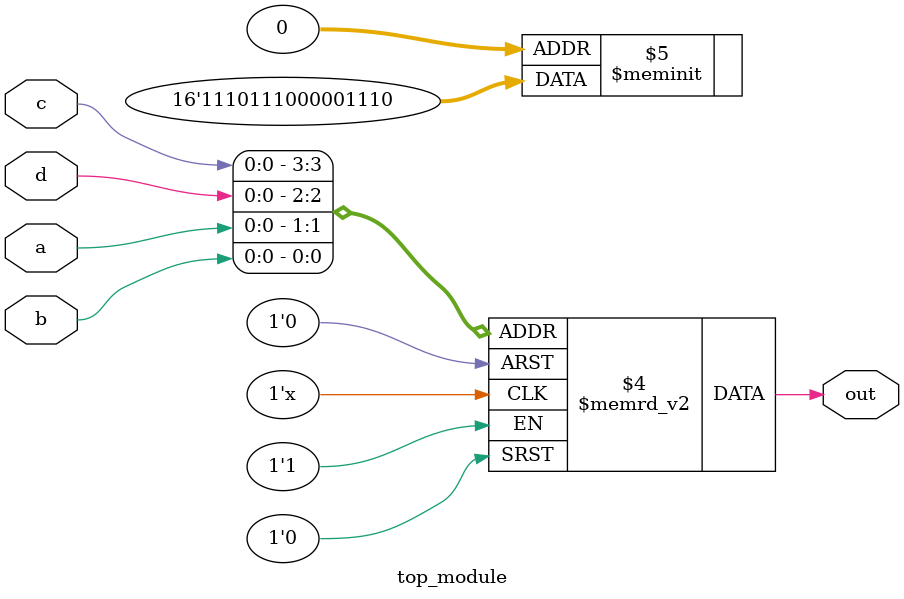
<source format=sv>
module top_module (
    input a,
    input b,
    input c,
    input d,
    output reg out
);

always @(*) begin
    case ({c, d, a, b})
        // cd = 00
        4'b0000: out = 1'b0; // ab -> 00
        4'b0001: out = 1'b1; // ab -> 01
        4'b0010: out = 1'b1; // ab -> 10
        4'b0011: out = 1'b1; // ab -> 11

        // cd = 01
        4'b0100: out = 1'b0; // ab -> 00
        4'b0101: out = 1'b0; // ab -> 01
        4'b0110: out = 1'b0; // ab -> 10
        4'b0111: out = 1'b0; // ab -> 11

        // cd = 10
        4'b1000: out = 1'b0; // ab -> 00
        4'b1001: out = 1'b1; // ab -> 01
        4'b1010: out = 1'b1; // ab -> 10
        4'b1011: out = 1'b1; // ab -> 11

        // cd = 11
        4'b1100: out = 1'b0; // ab -> 00
        4'b1101: out = 1'b1; // ab -> 01
        4'b1110: out = 1'b1; // ab -> 10
        4'b1111: out = 1'b1; // ab -> 11

        default: out = 1'b0; // Default to 0 for safety
    endcase
end

endmodule

</source>
